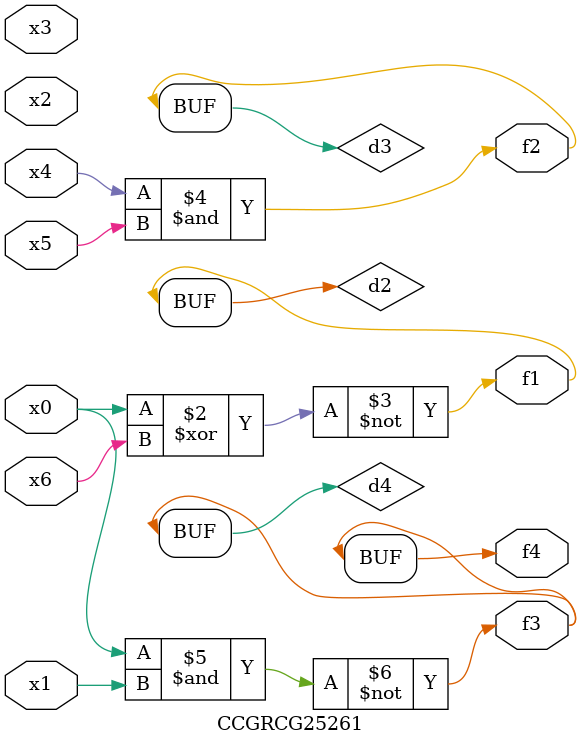
<source format=v>
module CCGRCG25261(
	input x0, x1, x2, x3, x4, x5, x6,
	output f1, f2, f3, f4
);

	wire d1, d2, d3, d4;

	nor (d1, x0);
	xnor (d2, x0, x6);
	and (d3, x4, x5);
	nand (d4, x0, x1);
	assign f1 = d2;
	assign f2 = d3;
	assign f3 = d4;
	assign f4 = d4;
endmodule

</source>
